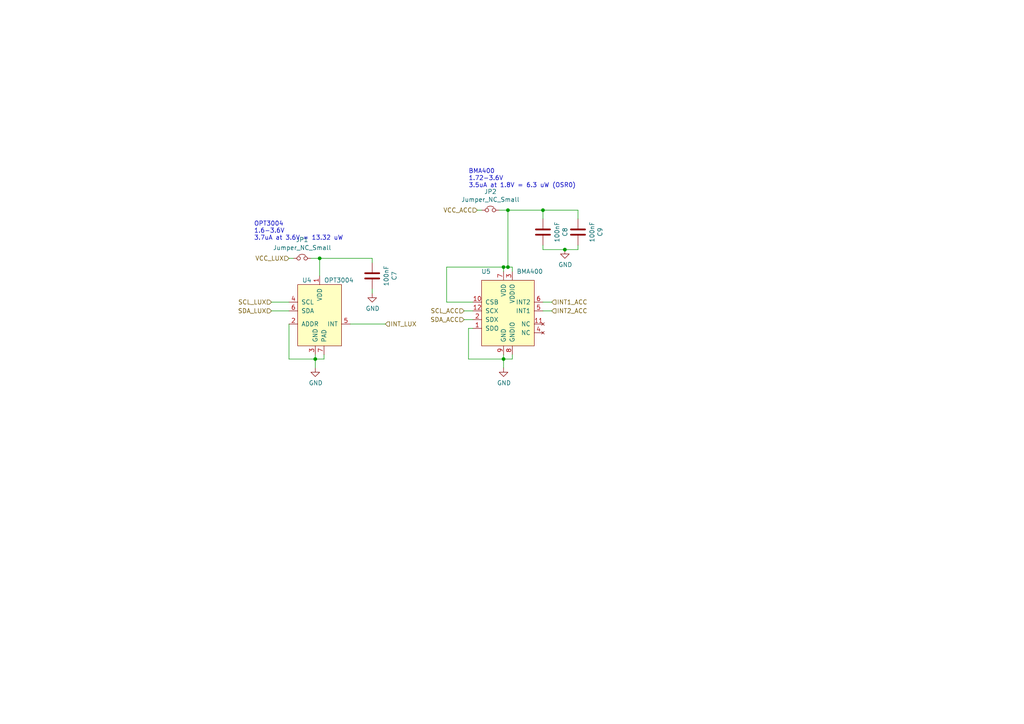
<source format=kicad_sch>
(kicad_sch (version 20211123) (generator eeschema)
  (paper "A4")
  (title_block (title "Sensors") (date "2021-11-21") (rev "4.0") (company "TU Delft"))
  (lib_symbols
    (symbol "Device:C" (pin_numbers hide) (pin_names (offset 0.254))
      (property "Reference" "C" (at 0.635 2.54 0))
      (property "Value" "C" (at 0.635 -2.54 0))
      (symbol "C_0_1"
        (polyline (pts (xy -2.032 -0.762) (xy 2.032 -0.762)) (stroke (width 0.508)))
        (polyline (pts (xy -2.032 0.762) (xy 2.032 0.762)) (stroke (width 0.508)))
      )
      (symbol "C_1_1"
        (pin passive line (at 0 3.81 270) (length 2.794) (name "~") (number "1"))
        (pin passive line (at 0 -3.81 90) (length 2.794) (name "~") (number "2"))
      )
    )
    (symbol "Device:Jumper_NC_Small" (pin_numbers hide) (pin_names (offset 0.762) hide)
      (property "Reference" "JP" (at 0 2.032 0))
      (property "Value" "Device_Jumper_NC_Small" (at 0.254 -1.524 0))
      (symbol "Jumper_NC_Small_0_1"
        (circle (center -1.016 0) (radius 0.508))
        (circle (center 1.016 0) (radius 0.508))
        (arc (start 1.016 0.762) (mid 0 1.1828) (end -1.016 0.762))
        (pin passive line (at -2.54 0 0) (length 1.016) (name "1") (number "1"))
        (pin passive line (at 2.54 0 180) (length 1.016) (name "2") (number "2"))
      )
    )
    (symbol "jaspers_lib:BMA400" (pin_names (offset 1.016))
      (property "Reference" "U" (at -6.35 10.16 0))
      (property "Value" "BMA400" (at 7.62 10.16 0))
      (symbol "BMA400_0_1"
        (rectangle (start -7.62 8.89) (end 7.62 -10.16) (fill (type background)))
      )
      (symbol "BMA400_1_1"
        (pin output line (at -10.16 -5.08 0) (length 2.54) (name "SDO") (number "1"))
        (pin input line (at -10.16 2.54 0) (length 2.54) (name "CSB") (number "10"))
        (pin no_connect line (at 10.16 -3.81 180) (length 2.54) (name "NC") (number "11"))
        (pin input line (at -10.16 0 0) (length 2.54) (name "SCX") (number "12"))
        (pin bidirectional line (at -10.16 -2.54 0) (length 2.54) (name "SDX") (number "2"))
        (pin power_in line (at 1.27 11.43 270) (length 2.54) (name "VDDIO") (number "3"))
        (pin no_connect line (at 10.16 -6.35 180) (length 2.54) (name "NC") (number "4"))
        (pin output line (at 10.16 0 180) (length 2.54) (name "INT1") (number "5"))
        (pin output line (at 10.16 2.54 180) (length 2.54) (name "INT2") (number "6"))
        (pin power_in line (at -1.27 11.43 270) (length 2.54) (name "VDD") (number "7"))
        (pin power_in line (at 1.27 -12.7 90) (length 2.54) (name "GNDIO") (number "8"))
        (pin power_in line (at -1.27 -12.7 90) (length 2.54) (name "GND") (number "9"))
      )
    )
    (symbol "jaspers_lib:OPT3004" (pin_names (offset 1.016))
      (property "Reference" "U" (at -5.08 10.16 0))
      (property "Value" "OPT3004" (at 6.35 10.16 0))
      (symbol "OPT3004_0_1"
        (rectangle (start 6.35 -8.89) (end -6.35 8.89) (fill (type background)))
      )
      (symbol "OPT3004_1_1"
        (pin power_in line (at 0 11.43 270) (length 2.54) (name "VDD") (number "1"))
        (pin input line (at -8.89 -2.54 0) (length 2.54) (name "ADDR") (number "2"))
        (pin power_in line (at -1.27 -11.43 90) (length 2.54) (name "GND") (number "3"))
        (pin input line (at -8.89 3.81 0) (length 2.54) (name "SCL") (number "4"))
        (pin open_collector line (at 8.89 -2.54 180) (length 2.54) (name "INT") (number "5"))
        (pin bidirectional line (at -8.89 1.27 0) (length 2.54) (name "SDA") (number "6"))
        (pin power_in line (at 1.27 -11.43 90) (length 2.54) (name "PAD") (number "7"))
      )
    )
    (symbol "power:GND" (power) (pin_names (offset 0))
      (property "Value" "GND" (at 0 -3.81 0))
      (symbol "GND_0_1"
        (polyline (pts (xy 0 0) (xy 0 -1.27) (xy 1.27 -1.27) (xy 0 -2.54) (xy -1.27 -1.27) (xy 0 -1.27)))
      )
      (symbol "GND_1_1"
        (pin power_in line (at 0 0 270) (length 0) hide (name "GND") (number "1"))
      )
    )
  )
  (junction (at 147.32 60.96))
  (junction (at 163.83 72.39))
  (junction (at 146.05 104.14))
  (junction (at 146.05 77.47))
  (junction (at 147.32 77.47))
  (junction (at 92.71 74.93))
  (junction (at 157.48 60.96))
  (junction (at 91.44 104.14))
  (wire (pts (xy 85.09 74.93) (xy 83.82 74.93)))
  (wire (pts (xy 92.71 74.93) (xy 92.71 80.01)))
  (wire (pts (xy 146.05 104.14) (xy 148.59 104.14)))
  (wire (pts (xy 147.32 60.96) (xy 157.48 60.96)))
  (wire (pts (xy 148.59 77.47) (xy 148.59 78.74)))
  (wire (pts (xy 137.16 87.63) (xy 129.54 87.63)))
  (wire (pts (xy 111.76 93.98) (xy 101.6 93.98)))
  (wire (pts (xy 167.64 60.96) (xy 157.48 60.96)))
  (wire (pts (xy 148.59 104.14) (xy 148.59 102.87)))
  (wire (pts (xy 163.83 72.39) (xy 167.64 72.39)))
  (wire (pts (xy 146.05 104.14) (xy 146.05 106.68)))
  (wire (pts (xy 139.7 60.96) (xy 138.43 60.96)))
  (wire (pts (xy 107.95 76.2) (xy 107.95 74.93)))
  (wire (pts (xy 157.48 71.12) (xy 157.48 72.39)))
  (wire (pts (xy 107.95 85.09) (xy 107.95 83.82)))
  (wire (pts (xy 157.48 72.39) (xy 163.83 72.39)))
  (wire (pts (xy 83.82 90.17) (xy 78.74 90.17)))
  (wire (pts (xy 157.48 60.96) (xy 157.48 63.5)))
  (wire (pts (xy 107.95 74.93) (xy 92.71 74.93)))
  (wire (pts (xy 92.71 74.93) (xy 90.17 74.93)))
  (wire (pts (xy 146.05 102.87) (xy 146.05 104.14)))
  (wire (pts (xy 83.82 104.14) (xy 91.44 104.14)))
  (wire (pts (xy 129.54 87.63) (xy 129.54 77.47)))
  (wire (pts (xy 91.44 102.87) (xy 91.44 104.14)))
  (wire (pts (xy 135.89 95.25) (xy 135.89 104.14)))
  (wire (pts (xy 91.44 104.14) (xy 93.98 104.14)))
  (wire (pts (xy 137.16 90.17) (xy 134.62 90.17)))
  (wire (pts (xy 146.05 77.47) (xy 147.32 77.47)))
  (wire (pts (xy 157.48 87.63) (xy 160.02 87.63)))
  (wire (pts (xy 129.54 77.47) (xy 146.05 77.47)))
  (wire (pts (xy 167.64 72.39) (xy 167.64 71.12)))
  (wire (pts (xy 147.32 60.96) (xy 147.32 77.47)))
  (wire (pts (xy 146.05 77.47) (xy 146.05 78.74)))
  (wire (pts (xy 167.64 63.5) (xy 167.64 60.96)))
  (wire (pts (xy 83.82 93.98) (xy 83.82 104.14)))
  (wire (pts (xy 157.48 90.17) (xy 160.02 90.17)))
  (wire (pts (xy 135.89 104.14) (xy 146.05 104.14)))
  (wire (pts (xy 91.44 104.14) (xy 91.44 106.68)))
  (wire (pts (xy 78.74 87.63) (xy 83.82 87.63)))
  (wire (pts (xy 137.16 95.25) (xy 135.89 95.25)))
  (wire (pts (xy 137.16 92.71) (xy 134.62 92.71)))
  (wire (pts (xy 93.98 104.14) (xy 93.98 102.87)))
  (wire (pts (xy 147.32 77.47) (xy 148.59 77.47)))
  (wire (pts (xy 144.78 60.96) (xy 147.32 60.96)))
  (text "BMA400\n1.72-3.6V\n3.5uA at 1.8V = 6.3 uW (OSR0)" (at 135.89 54.61 0) (effects (font (size 1.27 1.27)) (justify left bottom)))
  (text "OPT3004\n1.6-3.6V\n3.7uA at 3.6V = 13.32 uW" (at 73.66 69.85 0) (effects (font (size 1.27 1.27)) (justify left bottom)))
  (hierarchical_label "SDA_LUX" (shape input) (at 78.74 90.17 180))
  (hierarchical_label "VCC_LUX" (shape input) (at 83.82 74.93 180))
  (hierarchical_label "VCC_ACC" (shape input) (at 138.43 60.96 180))
  (hierarchical_label "INT1_ACC" (shape input) (at 160.02 87.63 0))
  (hierarchical_label "SCL_LUX" (shape input) (at 78.74 87.63 180))
  (hierarchical_label "SDA_ACC" (shape input) (at 134.62 92.71 180))
  (hierarchical_label "INT_LUX" (shape input) (at 111.76 93.98 0))
  (hierarchical_label "INT2_ACC" (shape input) (at 160.02 90.17 0))
  (hierarchical_label "SCL_ACC" (shape input) (at 134.62 90.17 180))
  (symbol (lib_id "jaspers_lib:OPT3004") (at 92.71 91.44 0) (unit 1)
    (property "Reference" "U4" (at 87.63 81.28 0) (effects (justify left)))
    (property "Value" "OPT3004" (at 93.98 81.28 0) (effects (justify left)))
    (property "Footprint" "jaspers_footprints:USON6-OPT3004" (effects hide))
    (property "Datasheet" "https://www.ti.com/lit/ds/symlink/opt3004.pdf" (effects hide))
    (property "MPN" "OPT3004DNPR" (effects hide))
  )
  (symbol (lib_id "jaspers_lib:BMA400") (at 147.32 90.17 0) (unit 1)
    (property "Reference" "U5" (at 140.97 78.74 0))
    (property "Value" "BMA400" (at 153.67 78.74 0))
    (property "Footprint" "jaspers_footprints:BMA400" (effects hide))
    (property "Datasheet" "https://ae-bst.resource.bosch.com/media/_tech/media/datasheets/BST-BMA400-DS000.pdf" (effects hide))
    (property "MPN" "BMA400" (effects hide))
  )
  (symbol (lib_id "Device:C") (at 157.48 67.31 0) (unit 1)
    (property "Reference" "C8" (at 163.8808 67.31 90))
    (property "Value" "100nF" (at 161.5694 67.31 90))
    (property "Footprint" "Capacitor_SMD:C_0402_1005Metric" (effects hide))
    (property "MPN" "GRM155R71C104KA88J" (effects hide))
  )
  (symbol (lib_id "Device:C") (at 107.95 80.01 0) (unit 1)
    (property "Reference" "C7" (at 114.3508 80.01 90))
    (property "Value" "100nF" (at 112.0394 80.01 90))
    (property "Footprint" "Capacitor_SMD:C_0402_1005Metric" (effects hide))
    (property "MPN" "GRM155R71C104KA88J" (effects hide))
  )
  (symbol (lib_id "Device:C") (at 167.64 67.31 0) (unit 1)
    (property "Reference" "C9" (at 174.0408 67.31 90))
    (property "Value" "100nF" (at 171.7294 67.31 90))
    (property "Footprint" "Capacitor_SMD:C_0402_1005Metric" (effects hide))
    (property "MPN" "GRM155R71C104KA88J" (effects hide))
  )
  (symbol (lib_id "power:GND") (at 91.44 106.68 0) (unit 1)
    (property "Reference" "#PWR03" (effects hide))
    (property "Value" "GND" (at 91.567 111.0742 0))
  )
  (symbol (lib_id "power:GND") (at 107.95 85.09 0) (unit 1)
    (property "Reference" "#PWR05" (effects hide))
    (property "Value" "GND" (at 108.077 89.4842 0))
  )
  (symbol (lib_id "power:GND") (at 146.05 106.68 0) (unit 1)
    (property "Reference" "#PWR06" (effects hide))
    (property "Value" "GND" (at 146.177 111.0742 0))
  )
  (symbol (lib_id "power:GND") (at 163.83 72.39 0) (unit 1)
    (property "Reference" "#PWR07" (effects hide))
    (property "Value" "GND" (at 163.957 76.7842 0))
  )
  (symbol (lib_id "Device:Jumper_NC_Small") (at 142.24 60.96 0) (unit 1)
    (property "Reference" "JP2" (at 142.24 55.5752 0))
    (property "Value" "Jumper_NC_Small" (at 142.24 57.8866 0))
    (property "Footprint" "jaspers_footprints:SolderJumper-small-nc" (effects hide))
    (property "MPN" "-" (effects hide))
  )
  (symbol (lib_id "Device:Jumper_NC_Small") (at 87.63 74.93 0) (unit 1)
    (property "Reference" "JP1" (at 87.63 69.5452 0))
    (property "Value" "Jumper_NC_Small" (at 87.63 71.8566 0))
    (property "Footprint" "jaspers_footprints:SolderJumper-small-nc" (effects hide))
    (property "MPN" "-" (effects hide))
  )
)
</source>
